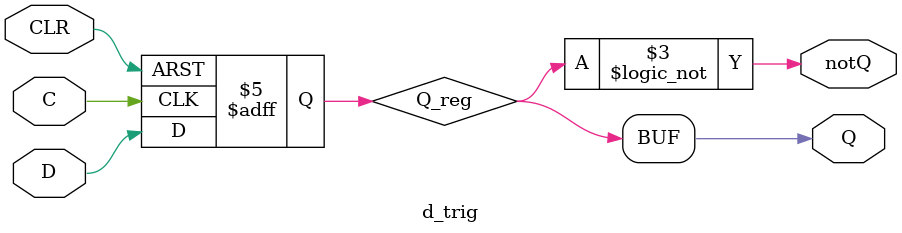
<source format=v>
module d_trig(
    D, C, CLR,    // in
    Q, notQ       // out
    );

    // Parameters
    parameter INIT_VAL    = 0;
    parameter CLEAR_VAL   = 1;

    // Ports
    input wire D, C, CLR;
    output wire Q, notQ;

    // Variables
    reg Q_reg = INIT_VAL;

    // Behavioral

    always @(posedge C or posedge CLR) begin
        if(CLR == CLEAR_VAL)
            Q_reg <= INIT_VAL;
        else
            Q_reg <= D;
    end

    assign Q    = Q_reg;
    assign notQ = !Q_reg;

endmodule

</source>
